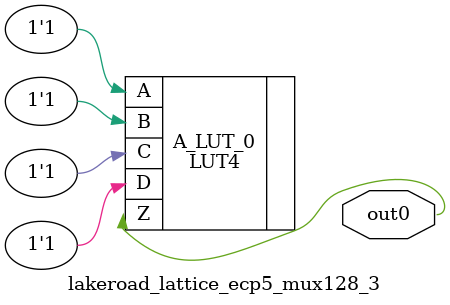
<source format=v>
/* Generated by Yosys 0.19 (git sha1 a45c131b37c, clang 13.1.6 -fPIC -Os) */

module lakeroad_lattice_ecp5_mux128_3(out0);
  wire _0_;
  wire _1_;
  wire _2_;
  wire _3_;
  wire _4_;
  wire _5_;
  wire _6_;
  output out0;
  wire out0;
  LUT4 #(
    .INIT(16'h8000)
  ) A_LUT_0 (
    .A(1'h1),
    .B(1'h1),
    .C(1'h1),
    .D(1'h1),
    .Z(out0)
  );
  LUT4 #(
    .INIT(16'h0000)
  ) B_LUT_1 (
    .A(1'h1),
    .B(1'h1),
    .C(1'h1),
    .D(1'h1),
    .Z(_6_)
  );
  LUT4 #(
    .INIT(16'h0000)
  ) C_LUT_2 (
    .A(1'h1),
    .B(1'h1),
    .C(1'h1),
    .D(1'h1),
    .Z(_5_)
  );
  LUT4 #(
    .INIT(16'h0000)
  ) D_LUT_3 (
    .A(1'h1),
    .B(1'h1),
    .C(1'h1),
    .D(1'h1),
    .Z(_4_)
  );
  LUT4 #(
    .INIT(16'h0000)
  ) E_LUT_4 (
    .A(1'h1),
    .B(1'h1),
    .C(1'h1),
    .D(1'h1),
    .Z(_3_)
  );
  LUT4 #(
    .INIT(16'h0000)
  ) F_LUT_5 (
    .A(1'h1),
    .B(1'h1),
    .C(1'h1),
    .D(1'h1),
    .Z(_2_)
  );
  LUT4 #(
    .INIT(16'h0000)
  ) G_LUT_6 (
    .A(1'h1),
    .B(1'h1),
    .C(1'h1),
    .D(1'h1),
    .Z(_1_)
  );
  LUT4 #(
    .INIT(16'h0000)
  ) H_LUT_7 (
    .A(1'h1),
    .B(1'h1),
    .C(1'h1),
    .D(1'h1),
    .Z(_0_)
  );
endmodule


</source>
